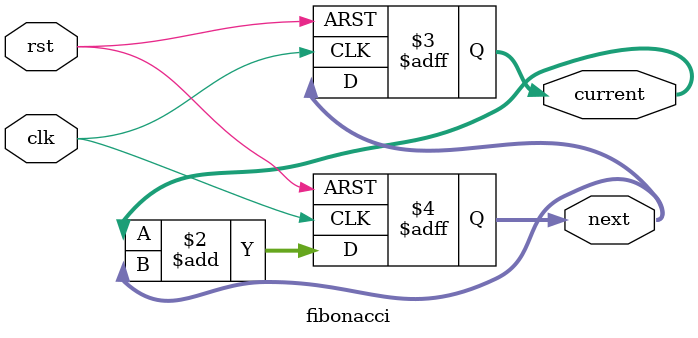
<source format=v>
module fibonacci(clk,rst,current,next);

    input clk,rst;
    output reg [31:0] current;
    output reg [31:0] next;

    always @(posedge clk or posedge rst)
	begin
	
        if(rst)
		begin
            current <= 0;
            next <= 1;
        end
		else
		begin
            {current, next} <= {next, current + next};
        end
		
    end
endmodule

</source>
